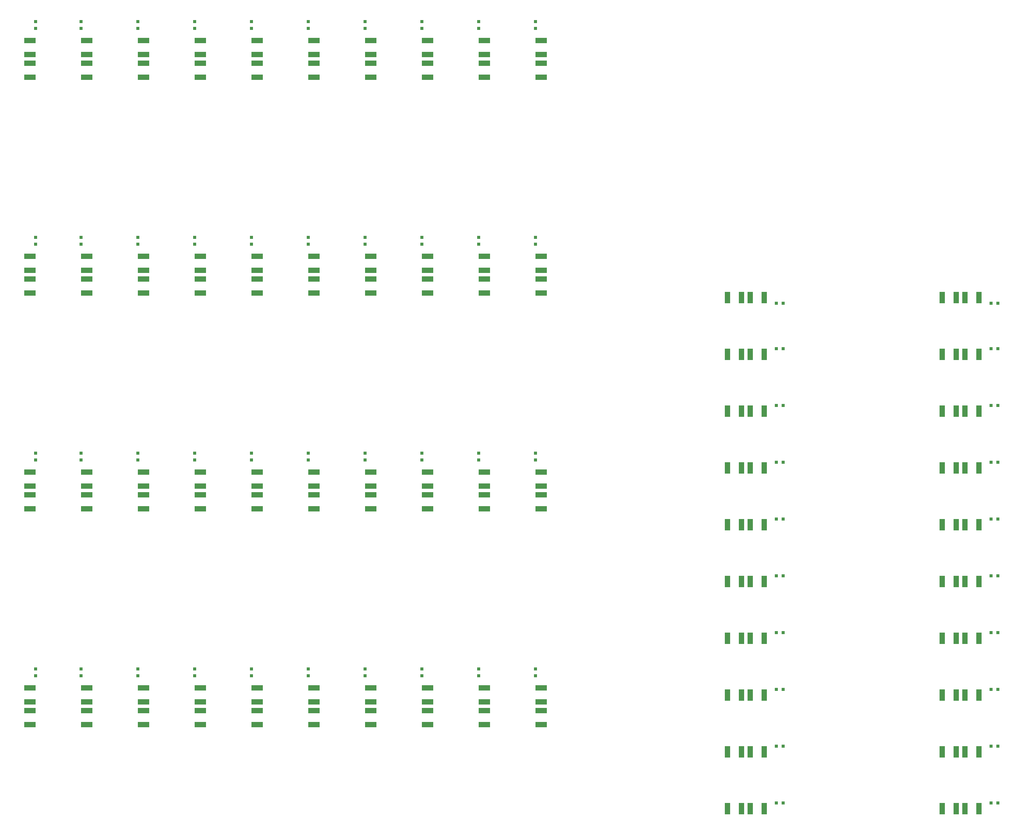
<source format=gtp>
G04*
G04 #@! TF.GenerationSoftware,Altium Limited,Altium Designer,21.8.1 (53)*
G04*
G04 Layer_Color=8421504*
%FSLAX44Y44*%
%MOMM*%
G71*
G04*
G04 #@! TF.SameCoordinates,EA1F17BB-6109-422B-8DE2-DB4FFD1B2ED1*
G04*
G04*
G04 #@! TF.FilePolarity,Positive*
G04*
G01*
G75*
%ADD10R,1.1500X2.5000*%
%ADD11R,0.8000X0.8000*%
%ADD14R,2.5000X1.1500*%
%ADD15R,0.8000X0.8000*%
D10*
X1793750Y965200D02*
D03*
X1762250D02*
D03*
Y1092200D02*
D03*
X1793750D02*
D03*
Y1346200D02*
D03*
X1762250D02*
D03*
X1793750Y1219200D02*
D03*
X1762250D02*
D03*
Y838200D02*
D03*
X1793750D02*
D03*
X1762250Y711200D02*
D03*
X1793750D02*
D03*
X1762250Y584200D02*
D03*
X1793750D02*
D03*
X1762250Y457200D02*
D03*
X1793750D02*
D03*
X1762250Y330200D02*
D03*
X1793750D02*
D03*
X1762250Y203200D02*
D03*
X1793750D02*
D03*
X1813050Y1219200D02*
D03*
X1844550D02*
D03*
X1813050Y965200D02*
D03*
X1844550D02*
D03*
X1813050Y838200D02*
D03*
X1844550D02*
D03*
X1813050Y711200D02*
D03*
X1844550D02*
D03*
X1813050Y457200D02*
D03*
X1844550D02*
D03*
X1813050Y203200D02*
D03*
X1844550D02*
D03*
X1813050Y330200D02*
D03*
X1844550D02*
D03*
X1813050Y584200D02*
D03*
X1844550D02*
D03*
X1813050Y1092200D02*
D03*
X1844550D02*
D03*
Y1346200D02*
D03*
X1813050D02*
D03*
X2273810Y965200D02*
D03*
X2242310D02*
D03*
Y1092200D02*
D03*
X2273810D02*
D03*
Y1346200D02*
D03*
X2242310D02*
D03*
X2273810Y1219200D02*
D03*
X2242310D02*
D03*
Y838200D02*
D03*
X2273810D02*
D03*
X2242310Y711200D02*
D03*
X2273810D02*
D03*
X2242310Y584200D02*
D03*
X2273810D02*
D03*
X2242310Y457200D02*
D03*
X2273810D02*
D03*
X2242310Y330200D02*
D03*
X2273810D02*
D03*
X2242310Y203200D02*
D03*
X2273810D02*
D03*
X2293110Y1219200D02*
D03*
X2324610D02*
D03*
X2293110Y965200D02*
D03*
X2324610D02*
D03*
X2293110Y838200D02*
D03*
X2324610D02*
D03*
X2293110Y711200D02*
D03*
X2324610D02*
D03*
X2293110Y457200D02*
D03*
X2324610D02*
D03*
X2293110Y203200D02*
D03*
X2324610D02*
D03*
X2293110Y330200D02*
D03*
X2324610D02*
D03*
X2293110Y584200D02*
D03*
X2324610D02*
D03*
X2293110Y1092200D02*
D03*
X2324610D02*
D03*
Y1346200D02*
D03*
X2293110D02*
D03*
D11*
X1887100Y977900D02*
D03*
X1872100D02*
D03*
X1887100Y1231900D02*
D03*
X1872100D02*
D03*
Y1333500D02*
D03*
X1887100D02*
D03*
Y850900D02*
D03*
X1872100D02*
D03*
Y596900D02*
D03*
X1887100D02*
D03*
Y723900D02*
D03*
X1872100D02*
D03*
Y1104900D02*
D03*
X1887100D02*
D03*
Y215900D02*
D03*
X1872100D02*
D03*
Y342900D02*
D03*
X1887100D02*
D03*
Y469900D02*
D03*
X1872100D02*
D03*
X2367160Y977900D02*
D03*
X2352160D02*
D03*
X2367160Y1231900D02*
D03*
X2352160D02*
D03*
Y1333500D02*
D03*
X2367160D02*
D03*
Y850900D02*
D03*
X2352160D02*
D03*
Y596900D02*
D03*
X2367160D02*
D03*
Y723900D02*
D03*
X2352160D02*
D03*
Y1104900D02*
D03*
X2367160D02*
D03*
Y215900D02*
D03*
X2352160D02*
D03*
Y342900D02*
D03*
X2367160D02*
D03*
Y469900D02*
D03*
X2352160D02*
D03*
D14*
X584200Y422150D02*
D03*
Y390650D02*
D03*
X457200D02*
D03*
Y422150D02*
D03*
X203200D02*
D03*
Y390650D02*
D03*
X330200Y422150D02*
D03*
Y390650D02*
D03*
X711200D02*
D03*
Y422150D02*
D03*
X838200Y390650D02*
D03*
Y422150D02*
D03*
X965200Y390650D02*
D03*
Y422150D02*
D03*
X1092200Y390650D02*
D03*
Y422150D02*
D03*
X1219200Y390650D02*
D03*
Y422150D02*
D03*
X1346200Y390650D02*
D03*
Y422150D02*
D03*
X330200Y441450D02*
D03*
Y472950D02*
D03*
X584200Y441450D02*
D03*
Y472950D02*
D03*
X711200Y441450D02*
D03*
Y472950D02*
D03*
X838200Y441450D02*
D03*
Y472950D02*
D03*
X1092200Y441450D02*
D03*
Y472950D02*
D03*
X1346200Y441450D02*
D03*
Y472950D02*
D03*
X1219200Y441450D02*
D03*
Y472950D02*
D03*
X965200Y441450D02*
D03*
Y472950D02*
D03*
X457200Y441450D02*
D03*
Y472950D02*
D03*
X203200D02*
D03*
Y441450D02*
D03*
X584200Y904750D02*
D03*
Y873250D02*
D03*
X457200D02*
D03*
Y904750D02*
D03*
X203200D02*
D03*
Y873250D02*
D03*
X330200Y904750D02*
D03*
Y873250D02*
D03*
X711200D02*
D03*
Y904750D02*
D03*
X838200Y873250D02*
D03*
Y904750D02*
D03*
X965200Y873250D02*
D03*
Y904750D02*
D03*
X1092200Y873250D02*
D03*
Y904750D02*
D03*
X1219200Y873250D02*
D03*
Y904750D02*
D03*
X1346200Y873250D02*
D03*
Y904750D02*
D03*
X330200Y924050D02*
D03*
Y955550D02*
D03*
X584200Y924050D02*
D03*
Y955550D02*
D03*
X711200Y924050D02*
D03*
Y955550D02*
D03*
X838200Y924050D02*
D03*
Y955550D02*
D03*
X1092200Y924050D02*
D03*
Y955550D02*
D03*
X1346200Y924050D02*
D03*
Y955550D02*
D03*
X1219200Y924050D02*
D03*
Y955550D02*
D03*
X965200Y924050D02*
D03*
Y955550D02*
D03*
X457200Y924050D02*
D03*
Y955550D02*
D03*
X203200D02*
D03*
Y924050D02*
D03*
X584200Y1387350D02*
D03*
Y1355850D02*
D03*
X457200D02*
D03*
Y1387350D02*
D03*
X203200D02*
D03*
Y1355850D02*
D03*
X330200Y1387350D02*
D03*
Y1355850D02*
D03*
X711200D02*
D03*
Y1387350D02*
D03*
X838200Y1355850D02*
D03*
Y1387350D02*
D03*
X965200Y1355850D02*
D03*
Y1387350D02*
D03*
X1092200Y1355850D02*
D03*
Y1387350D02*
D03*
X1219200Y1355850D02*
D03*
Y1387350D02*
D03*
X1346200Y1355850D02*
D03*
Y1387350D02*
D03*
X330200Y1406650D02*
D03*
Y1438150D02*
D03*
X584200Y1406650D02*
D03*
Y1438150D02*
D03*
X711200Y1406650D02*
D03*
Y1438150D02*
D03*
X838200Y1406650D02*
D03*
Y1438150D02*
D03*
X1092200Y1406650D02*
D03*
Y1438150D02*
D03*
X1346200Y1406650D02*
D03*
Y1438150D02*
D03*
X1219200Y1406650D02*
D03*
Y1438150D02*
D03*
X965200Y1406650D02*
D03*
Y1438150D02*
D03*
X457200Y1406650D02*
D03*
Y1438150D02*
D03*
X203200D02*
D03*
Y1406650D02*
D03*
X584200Y1869950D02*
D03*
Y1838450D02*
D03*
X457200D02*
D03*
Y1869950D02*
D03*
X203200D02*
D03*
Y1838450D02*
D03*
X330200Y1869950D02*
D03*
Y1838450D02*
D03*
X711200D02*
D03*
Y1869950D02*
D03*
X838200Y1838450D02*
D03*
Y1869950D02*
D03*
X965200Y1838450D02*
D03*
Y1869950D02*
D03*
X1092200Y1838450D02*
D03*
Y1869950D02*
D03*
X1219200Y1838450D02*
D03*
Y1869950D02*
D03*
X1346200Y1838450D02*
D03*
Y1869950D02*
D03*
X330200Y1889250D02*
D03*
Y1920750D02*
D03*
X584200Y1889250D02*
D03*
Y1920750D02*
D03*
X711200Y1889250D02*
D03*
Y1920750D02*
D03*
X838200Y1889250D02*
D03*
Y1920750D02*
D03*
X1092200Y1889250D02*
D03*
Y1920750D02*
D03*
X1346200Y1889250D02*
D03*
Y1920750D02*
D03*
X1219200Y1889250D02*
D03*
Y1920750D02*
D03*
X965200Y1889250D02*
D03*
Y1920750D02*
D03*
X457200Y1889250D02*
D03*
Y1920750D02*
D03*
X203200D02*
D03*
Y1889250D02*
D03*
D15*
X571500Y515500D02*
D03*
Y500500D02*
D03*
X317500Y515500D02*
D03*
Y500500D02*
D03*
X215900D02*
D03*
Y515500D02*
D03*
X698500D02*
D03*
Y500500D02*
D03*
X952500D02*
D03*
Y515500D02*
D03*
X825500D02*
D03*
Y500500D02*
D03*
X444500D02*
D03*
Y515500D02*
D03*
X1333500D02*
D03*
Y500500D02*
D03*
X1206500D02*
D03*
Y515500D02*
D03*
X1079500D02*
D03*
Y500500D02*
D03*
X571500Y998100D02*
D03*
Y983100D02*
D03*
X317500Y998100D02*
D03*
Y983100D02*
D03*
X215900D02*
D03*
Y998100D02*
D03*
X698500D02*
D03*
Y983100D02*
D03*
X952500D02*
D03*
Y998100D02*
D03*
X825500D02*
D03*
Y983100D02*
D03*
X444500D02*
D03*
Y998100D02*
D03*
X1333500D02*
D03*
Y983100D02*
D03*
X1206500D02*
D03*
Y998100D02*
D03*
X1079500D02*
D03*
Y983100D02*
D03*
X571500Y1480700D02*
D03*
Y1465700D02*
D03*
X317500Y1480700D02*
D03*
Y1465700D02*
D03*
X215900D02*
D03*
Y1480700D02*
D03*
X698500D02*
D03*
Y1465700D02*
D03*
X952500D02*
D03*
Y1480700D02*
D03*
X825500D02*
D03*
Y1465700D02*
D03*
X444500D02*
D03*
Y1480700D02*
D03*
X1333500D02*
D03*
Y1465700D02*
D03*
X1206500D02*
D03*
Y1480700D02*
D03*
X1079500D02*
D03*
Y1465700D02*
D03*
X571500Y1963300D02*
D03*
Y1948300D02*
D03*
X317500Y1963300D02*
D03*
Y1948300D02*
D03*
X215900D02*
D03*
Y1963300D02*
D03*
X698500D02*
D03*
Y1948300D02*
D03*
X952500D02*
D03*
Y1963300D02*
D03*
X825500D02*
D03*
Y1948300D02*
D03*
X444500D02*
D03*
Y1963300D02*
D03*
X1333500D02*
D03*
Y1948300D02*
D03*
X1206500D02*
D03*
Y1963300D02*
D03*
X1079500D02*
D03*
Y1948300D02*
D03*
M02*

</source>
